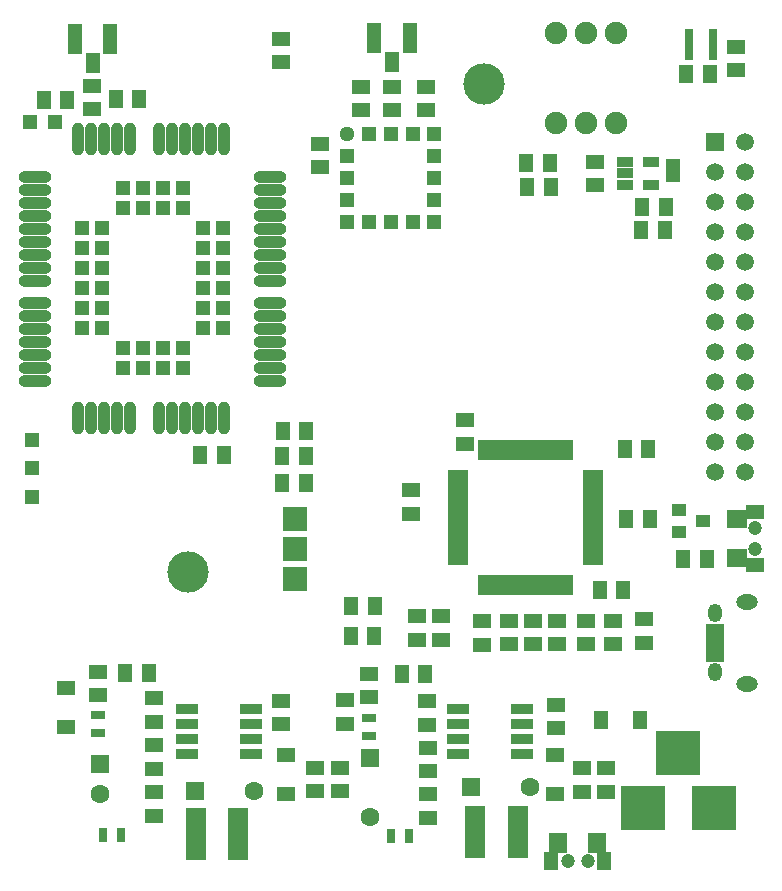
<source format=gbr>
G04 #@! TF.FileFunction,Soldermask,Top*
%FSLAX46Y46*%
G04 Gerber Fmt 4.6, Leading zero omitted, Abs format (unit mm)*
G04 Created by KiCad (PCBNEW 4.0.5+dfsg1-4) date Wed Oct 24 16:08:21 2018*
%MOMM*%
%LPD*%
G01*
G04 APERTURE LIST*
%ADD10C,0.100000*%
%ADD11R,1.700000X0.600000*%
%ADD12R,0.600000X1.700000*%
%ADD13R,1.550000X1.300000*%
%ADD14R,1.300000X1.550000*%
%ADD15R,1.200000X1.500000*%
%ADD16R,1.150000X1.150000*%
%ADD17C,3.500000*%
%ADD18R,3.800000X3.800000*%
%ADD19R,1.300000X1.300000*%
%ADD20O,1.050000X2.800000*%
%ADD21O,2.800000X1.050000*%
%ADD22O,1.300000X1.300000*%
%ADD23R,0.800000X0.650000*%
%ADD24R,2.000000X2.000000*%
%ADD25R,1.300000X1.000000*%
%ADD26R,1.360000X0.950000*%
%ADD27R,1.850000X0.900000*%
%ADD28R,1.600000X1.600000*%
%ADD29C,1.600000*%
%ADD30R,1.650000X0.700000*%
%ADD31O,1.250000X1.550000*%
%ADD32O,1.850000X1.300000*%
%ADD33R,0.800000X1.200000*%
%ADD34R,1.200000X0.800000*%
%ADD35R,1.500000X1.200000*%
%ADD36R,1.200000X1.100000*%
%ADD37R,1.800000X4.500000*%
%ADD38O,1.900000X1.900000*%
%ADD39R,1.300000X2.500000*%
%ADD40R,1.300000X1.700000*%
%ADD41C,1.200000*%
%ADD42R,1.700000X1.500000*%
%ADD43R,1.500000X1.700000*%
%ADD44R,1.500000X1.500000*%
%ADD45C,1.500000*%
G04 APERTURE END LIST*
D10*
D11*
X169433000Y-92452500D03*
X169433000Y-92952500D03*
X169433000Y-93452500D03*
X169433000Y-93952500D03*
X169433000Y-94452500D03*
X169433000Y-94952500D03*
X169433000Y-95452500D03*
X169433000Y-95952500D03*
X169433000Y-96452500D03*
X169433000Y-96952500D03*
X169433000Y-97452500D03*
X169433000Y-97952500D03*
X169433000Y-98452500D03*
X169433000Y-98952500D03*
X169433000Y-99452500D03*
X169433000Y-99952500D03*
D12*
X171383000Y-101902500D03*
X171883000Y-101902500D03*
X172383000Y-101902500D03*
X172883000Y-101902500D03*
X173383000Y-101902500D03*
X173883000Y-101902500D03*
X174383000Y-101902500D03*
X174883000Y-101902500D03*
X175383000Y-101902500D03*
X175883000Y-101902500D03*
X176383000Y-101902500D03*
X176883000Y-101902500D03*
X177383000Y-101902500D03*
X177883000Y-101902500D03*
X178383000Y-101902500D03*
X178883000Y-101902500D03*
D11*
X180833000Y-99952500D03*
X180833000Y-99452500D03*
X180833000Y-98952500D03*
X180833000Y-98452500D03*
X180833000Y-97952500D03*
X180833000Y-97452500D03*
X180833000Y-96952500D03*
X180833000Y-96452500D03*
X180833000Y-95952500D03*
X180833000Y-95452500D03*
X180833000Y-94952500D03*
X180833000Y-94452500D03*
X180833000Y-93952500D03*
X180833000Y-93452500D03*
X180833000Y-92952500D03*
X180833000Y-92452500D03*
D12*
X178883000Y-90502500D03*
X178383000Y-90502500D03*
X177883000Y-90502500D03*
X177383000Y-90502500D03*
X176883000Y-90502500D03*
X176383000Y-90502500D03*
X175883000Y-90502500D03*
X175383000Y-90502500D03*
X174883000Y-90502500D03*
X174383000Y-90502500D03*
X173883000Y-90502500D03*
X173383000Y-90502500D03*
X172883000Y-90502500D03*
X172383000Y-90502500D03*
X171883000Y-90502500D03*
X171383000Y-90502500D03*
D13*
X169989500Y-87963500D03*
X169989500Y-89963500D03*
X171439840Y-104948480D03*
X171439840Y-106948480D03*
D14*
X149590000Y-90932000D03*
X147590000Y-90932000D03*
X185531000Y-90424000D03*
X183531000Y-90424000D03*
X134331200Y-60807600D03*
X136331200Y-60807600D03*
X142427200Y-60782200D03*
X140427200Y-60782200D03*
D13*
X163830000Y-59706000D03*
X163830000Y-61706000D03*
X157734000Y-66532000D03*
X157734000Y-64532000D03*
D14*
X188738000Y-58674000D03*
X190738000Y-58674000D03*
D13*
X138963400Y-111261400D03*
X138963400Y-109261400D03*
X161848800Y-111413800D03*
X161848800Y-109413800D03*
D15*
X181509400Y-113309400D03*
X184809400Y-113309400D03*
D16*
X133172200Y-62687200D03*
X135331200Y-62687200D03*
X133375400Y-92024200D03*
X133350000Y-94437200D03*
D17*
X146558000Y-100838000D03*
X171640500Y-59485000D03*
D18*
X185077100Y-120789700D03*
X191077100Y-120789700D03*
X188077100Y-116089700D03*
D13*
X166674800Y-59731400D03*
X166674800Y-61731400D03*
X154432000Y-57642000D03*
X154432000Y-55642000D03*
X181038500Y-66056000D03*
X181038500Y-68056000D03*
D14*
X164658800Y-109423200D03*
X166658800Y-109423200D03*
X186902600Y-71831200D03*
X184902600Y-71831200D03*
X187004200Y-69926200D03*
X185004200Y-69926200D03*
D13*
X192976500Y-56340500D03*
X192976500Y-58340500D03*
D14*
X175250600Y-68199000D03*
X177250600Y-68199000D03*
X156575000Y-88836500D03*
X154575000Y-88836500D03*
X156511500Y-90995500D03*
X154511500Y-90995500D03*
X156511500Y-93281500D03*
X154511500Y-93281500D03*
X175199800Y-66217800D03*
X177199800Y-66217800D03*
D19*
X142714000Y-83577000D03*
X141014000Y-83577000D03*
X141014000Y-81877000D03*
X142714000Y-81877000D03*
X142714000Y-68277000D03*
X142714000Y-69977000D03*
X141014000Y-68277000D03*
X141014000Y-69977000D03*
X137614000Y-80177000D03*
X139314000Y-80177000D03*
X137614000Y-78477000D03*
X139314000Y-78477000D03*
X137614000Y-76777000D03*
X139314000Y-76777000D03*
X137614000Y-75077000D03*
X139314000Y-75077000D03*
X137614000Y-73377000D03*
X139314000Y-73377000D03*
X137614000Y-71677000D03*
D20*
X149614000Y-87727000D03*
X148514000Y-87727000D03*
X147414000Y-87727000D03*
X146314000Y-87727000D03*
X145214000Y-87727000D03*
X144114000Y-87727000D03*
X141614000Y-87727000D03*
X140514000Y-87727000D03*
X139414000Y-87727000D03*
X138314000Y-87727000D03*
X137214000Y-87727000D03*
D21*
X153514000Y-84627000D03*
X153514000Y-83527000D03*
X153514000Y-82427000D03*
X153514000Y-81327000D03*
X153514000Y-80227000D03*
X153514000Y-79127000D03*
X153514000Y-78027000D03*
X153514000Y-76127000D03*
X153514000Y-75027000D03*
X153514000Y-73927000D03*
X153514000Y-72827000D03*
X153514000Y-71727000D03*
X153514000Y-70627000D03*
X153514000Y-69527000D03*
X153514000Y-68427000D03*
X153514000Y-67327000D03*
D20*
X137214000Y-64127000D03*
X138314000Y-64127000D03*
X139414000Y-64127000D03*
X140514000Y-64127000D03*
X141614000Y-64127000D03*
X144114000Y-64127000D03*
X145214000Y-64127000D03*
X146314000Y-64127000D03*
X147414000Y-64127000D03*
X148514000Y-64127000D03*
X149614000Y-64127000D03*
D21*
X133614000Y-67327000D03*
X133614000Y-68427000D03*
X133614000Y-69527000D03*
X133614000Y-70627000D03*
X133614000Y-71727000D03*
X133614000Y-72827000D03*
X133614000Y-73927000D03*
X133614000Y-75027000D03*
X133614000Y-76127000D03*
X133614000Y-78027000D03*
X133614000Y-79127000D03*
X133614000Y-80227000D03*
X133614000Y-81327000D03*
X133614000Y-82427000D03*
X133614000Y-83527000D03*
X133614000Y-84627000D03*
D19*
X147814000Y-71677000D03*
X149514000Y-71677000D03*
X147814000Y-73377000D03*
X149514000Y-73377000D03*
X147814000Y-75077000D03*
X149514000Y-75077000D03*
X147814000Y-76777000D03*
X149514000Y-76777000D03*
X147814000Y-78477000D03*
X149514000Y-78477000D03*
X147814000Y-80177000D03*
X149514000Y-80177000D03*
X146114000Y-69977000D03*
X146114000Y-68277000D03*
X144414000Y-69977000D03*
X144414000Y-68277000D03*
X144414000Y-81877000D03*
X146114000Y-81877000D03*
X146114000Y-83577000D03*
X144414000Y-83577000D03*
X139314000Y-71677000D03*
D22*
X160020000Y-63754000D03*
D19*
X161870000Y-63754000D03*
X163720000Y-63754000D03*
X167420000Y-63754000D03*
X165570000Y-63754000D03*
X167420000Y-65604000D03*
X167420000Y-67454000D03*
X167420000Y-69304000D03*
X167420000Y-71154000D03*
X165570000Y-71154000D03*
X163720000Y-71154000D03*
X161870000Y-71154000D03*
X160020000Y-71154000D03*
X160020000Y-69304000D03*
X160020000Y-67454000D03*
X160020000Y-65604000D03*
D23*
X191004000Y-55181500D03*
X191004000Y-55831500D03*
X191004000Y-56481500D03*
X191004000Y-57131500D03*
X188954000Y-57131500D03*
X188954000Y-56481500D03*
X188954000Y-55831500D03*
X188954000Y-55181500D03*
D24*
X155625800Y-98831400D03*
X155625800Y-96291400D03*
X155625800Y-101371400D03*
D16*
X133375400Y-89662000D03*
D13*
X161188400Y-61706000D03*
X161188400Y-59706000D03*
D25*
X187629800Y-66377400D03*
X187629800Y-67277400D03*
D13*
X165430200Y-95894400D03*
X165430200Y-93894400D03*
X180289200Y-104943400D03*
X180289200Y-106943400D03*
X177673000Y-114030000D03*
X177673000Y-112030000D03*
X179933600Y-119414800D03*
X179933600Y-117414800D03*
X181965600Y-119414800D03*
X181965600Y-117414800D03*
X166878000Y-121624600D03*
X166878000Y-119624600D03*
X166903400Y-117687600D03*
X166903400Y-115687600D03*
D26*
X183558000Y-66106000D03*
X183558000Y-67056000D03*
X183558000Y-68006000D03*
X185758000Y-68006000D03*
X185758000Y-66106000D03*
D14*
X183658000Y-96291400D03*
X185658000Y-96291400D03*
X188484000Y-99745800D03*
X190484000Y-99745800D03*
D13*
X138430000Y-59629800D03*
X138430000Y-61629800D03*
X154457400Y-113699800D03*
X154457400Y-111699800D03*
X159461200Y-119389400D03*
X159461200Y-117389400D03*
X157327600Y-119389400D03*
X157327600Y-117389400D03*
X166827200Y-113750600D03*
X166827200Y-111750600D03*
X143687800Y-121472200D03*
X143687800Y-119472200D03*
X143713200Y-117459000D03*
X143713200Y-115459000D03*
X143713200Y-113471200D03*
X143713200Y-111471200D03*
D14*
X141240000Y-109321600D03*
X143240000Y-109321600D03*
D27*
X151899600Y-116179600D03*
X151899600Y-114909600D03*
X151899600Y-113639600D03*
X151899600Y-112369600D03*
X146499600Y-112369600D03*
X146499600Y-113639600D03*
X146499600Y-114909600D03*
X146499600Y-116179600D03*
D28*
X162001200Y-116560600D03*
D29*
X162001200Y-121560600D03*
X139090400Y-119568600D03*
D28*
X139090400Y-117068600D03*
X170510200Y-118973600D03*
D29*
X175510200Y-118973600D03*
D13*
X173710600Y-104943400D03*
X173710600Y-106943400D03*
X175768000Y-104918000D03*
X175768000Y-106918000D03*
X177800000Y-104918000D03*
X177800000Y-106918000D03*
D30*
X191182000Y-108107000D03*
X191182000Y-107457000D03*
X191182000Y-106807000D03*
X191182000Y-106157000D03*
X191182000Y-105507000D03*
D31*
X191182000Y-109307000D03*
X191182000Y-104307000D03*
D32*
X193882000Y-110307000D03*
X193882000Y-103307000D03*
D28*
X147142200Y-119329200D03*
D29*
X152142200Y-119329200D03*
D33*
X163765800Y-123190000D03*
X165265800Y-123190000D03*
X139356400Y-123113800D03*
X140856400Y-123113800D03*
D34*
X161848800Y-113169000D03*
X161848800Y-114669000D03*
D13*
X159867600Y-113674400D03*
X159867600Y-111674400D03*
D35*
X177622200Y-116282200D03*
X177622200Y-119582200D03*
X154813000Y-116307600D03*
X154813000Y-119607600D03*
X136245600Y-113892600D03*
X136245600Y-110592600D03*
D34*
X138963400Y-112940400D03*
X138963400Y-114440400D03*
D36*
X188128400Y-95544600D03*
X188128400Y-97444600D03*
X190128400Y-96494600D03*
D27*
X174835800Y-116205000D03*
X174835800Y-114935000D03*
X174835800Y-113665000D03*
X174835800Y-112395000D03*
X169435800Y-112395000D03*
X169435800Y-113665000D03*
X169435800Y-114935000D03*
X169435800Y-116205000D03*
D37*
X174469200Y-122809000D03*
X170869200Y-122809000D03*
X150821800Y-122986800D03*
X147221800Y-122986800D03*
D38*
X182803800Y-55143400D03*
X180263800Y-55143400D03*
X177723800Y-55143400D03*
X177723800Y-62763400D03*
X180263800Y-62763400D03*
X182803800Y-62763400D03*
D13*
X185130440Y-104808780D03*
X185130440Y-106808780D03*
X165963600Y-104537000D03*
X165963600Y-106537000D03*
X167970200Y-104537000D03*
X167970200Y-106537000D03*
D14*
X160315400Y-106222800D03*
X162315400Y-106222800D03*
X160391600Y-103657400D03*
X162391600Y-103657400D03*
X181420260Y-102344220D03*
X183420260Y-102344220D03*
D39*
X136980800Y-55676800D03*
D40*
X138480800Y-57676800D03*
D39*
X139980800Y-55676800D03*
X162330000Y-55626000D03*
D40*
X163830000Y-57626000D03*
D39*
X165330000Y-55626000D03*
D41*
X194522600Y-97118600D03*
X194522600Y-98818600D03*
D35*
X194522600Y-95718600D03*
X194522600Y-100218600D03*
D42*
X193022600Y-96318600D03*
X193022600Y-99618600D03*
D41*
X180414500Y-125269500D03*
X178714500Y-125269500D03*
D15*
X181814500Y-125269500D03*
X177314500Y-125269500D03*
D43*
X181214500Y-123769500D03*
X177914500Y-123769500D03*
D13*
X182570720Y-104930160D03*
X182570720Y-106930160D03*
D44*
X191206120Y-64399160D03*
D45*
X193746120Y-64399160D03*
X191206120Y-66939160D03*
X193746120Y-66939160D03*
X191206120Y-69479160D03*
X193746120Y-69479160D03*
X191206120Y-72019160D03*
X193746120Y-72019160D03*
X191206120Y-74559160D03*
X193746120Y-74559160D03*
X191206120Y-77099160D03*
X193746120Y-77099160D03*
X191206120Y-79639160D03*
X193746120Y-79639160D03*
X191206120Y-82179160D03*
X193746120Y-82179160D03*
X191206120Y-84719160D03*
X193746120Y-84719160D03*
X191206120Y-87259160D03*
X193746120Y-87259160D03*
X191206120Y-89799160D03*
X193746120Y-89799160D03*
X191206120Y-92339160D03*
X193746120Y-92339160D03*
M02*

</source>
